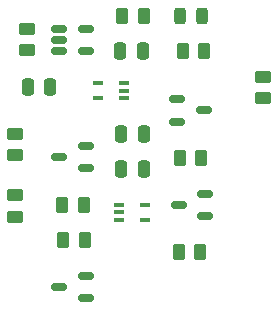
<source format=gbr>
%TF.GenerationSoftware,KiCad,Pcbnew,8.0.1*%
%TF.CreationDate,2024-11-19T12:42:29-08:00*%
%TF.ProjectId,DuplexUARTtoHalf,4475706c-6578-4554-9152-54746f48616c,rev?*%
%TF.SameCoordinates,Original*%
%TF.FileFunction,Paste,Top*%
%TF.FilePolarity,Positive*%
%FSLAX46Y46*%
G04 Gerber Fmt 4.6, Leading zero omitted, Abs format (unit mm)*
G04 Created by KiCad (PCBNEW 8.0.1) date 2024-11-19 12:42:29*
%MOMM*%
%LPD*%
G01*
G04 APERTURE LIST*
G04 Aperture macros list*
%AMRoundRect*
0 Rectangle with rounded corners*
0 $1 Rounding radius*
0 $2 $3 $4 $5 $6 $7 $8 $9 X,Y pos of 4 corners*
0 Add a 4 corners polygon primitive as box body*
4,1,4,$2,$3,$4,$5,$6,$7,$8,$9,$2,$3,0*
0 Add four circle primitives for the rounded corners*
1,1,$1+$1,$2,$3*
1,1,$1+$1,$4,$5*
1,1,$1+$1,$6,$7*
1,1,$1+$1,$8,$9*
0 Add four rect primitives between the rounded corners*
20,1,$1+$1,$2,$3,$4,$5,0*
20,1,$1+$1,$4,$5,$6,$7,0*
20,1,$1+$1,$6,$7,$8,$9,0*
20,1,$1+$1,$8,$9,$2,$3,0*%
G04 Aperture macros list end*
%ADD10RoundRect,0.150000X-0.512500X-0.150000X0.512500X-0.150000X0.512500X0.150000X-0.512500X0.150000X0*%
%ADD11RoundRect,0.087500X0.337500X0.087500X-0.337500X0.087500X-0.337500X-0.087500X0.337500X-0.087500X0*%
%ADD12RoundRect,0.087500X-0.337500X-0.087500X0.337500X-0.087500X0.337500X0.087500X-0.337500X0.087500X0*%
%ADD13RoundRect,0.250000X0.262500X0.450000X-0.262500X0.450000X-0.262500X-0.450000X0.262500X-0.450000X0*%
%ADD14RoundRect,0.250000X0.450000X-0.262500X0.450000X0.262500X-0.450000X0.262500X-0.450000X-0.262500X0*%
%ADD15RoundRect,0.250000X-0.450000X0.262500X-0.450000X-0.262500X0.450000X-0.262500X0.450000X0.262500X0*%
%ADD16RoundRect,0.250000X-0.262500X-0.450000X0.262500X-0.450000X0.262500X0.450000X-0.262500X0.450000X0*%
%ADD17RoundRect,0.150000X0.512500X0.150000X-0.512500X0.150000X-0.512500X-0.150000X0.512500X-0.150000X0*%
%ADD18RoundRect,0.243750X0.243750X0.456250X-0.243750X0.456250X-0.243750X-0.456250X0.243750X-0.456250X0*%
%ADD19RoundRect,0.250000X-0.250000X-0.475000X0.250000X-0.475000X0.250000X0.475000X-0.250000X0.475000X0*%
%ADD20RoundRect,0.250000X0.250000X0.475000X-0.250000X0.475000X-0.250000X-0.475000X0.250000X-0.475000X0*%
G04 APERTURE END LIST*
D10*
%TO.C,U3*%
X152725000Y-76100000D03*
X152725000Y-77050000D03*
X152725000Y-78000000D03*
X155000000Y-78000000D03*
X155000000Y-76100000D03*
%TD*%
D11*
%TO.C,U2*%
X156000000Y-82000000D03*
X156000000Y-80700000D03*
X158200000Y-80700000D03*
X158200000Y-81350000D03*
X158200000Y-82000000D03*
%TD*%
D12*
%TO.C,U1*%
X157800000Y-91000000D03*
X157800000Y-91650000D03*
X157800000Y-92300000D03*
X160000000Y-92300000D03*
X160000000Y-91000000D03*
%TD*%
D13*
%TO.C,R10*%
X159912500Y-75000000D03*
X158087500Y-75000000D03*
%TD*%
D14*
%TO.C,R9*%
X150000000Y-77912500D03*
X150000000Y-76087500D03*
%TD*%
D15*
%TO.C,R8*%
X170000000Y-80175000D03*
X170000000Y-82000000D03*
%TD*%
D14*
%TO.C,R7*%
X149000000Y-86825000D03*
X149000000Y-85000000D03*
%TD*%
D15*
%TO.C,R6*%
X149000000Y-90175000D03*
X149000000Y-92000000D03*
%TD*%
D13*
%TO.C,R5*%
X154825000Y-91000000D03*
X153000000Y-91000000D03*
%TD*%
D16*
%TO.C,R4*%
X163225000Y-78000000D03*
X165050000Y-78000000D03*
%TD*%
D13*
%TO.C,R3*%
X154912500Y-94000000D03*
X153087500Y-94000000D03*
%TD*%
%TO.C,R2*%
X164687500Y-95000000D03*
X162862500Y-95000000D03*
%TD*%
D16*
%TO.C,R1*%
X162950000Y-87000000D03*
X164775000Y-87000000D03*
%TD*%
D17*
%TO.C,Q1*%
X165137500Y-91950000D03*
X165137500Y-90050000D03*
X162862500Y-91000000D03*
%TD*%
D18*
%TO.C,D4*%
X164875000Y-75000000D03*
X163000000Y-75000000D03*
%TD*%
D17*
%TO.C,D3*%
X155000000Y-87900000D03*
X155000000Y-86000000D03*
X152725000Y-86950000D03*
%TD*%
%TO.C,D2*%
X155000000Y-98900000D03*
X155000000Y-97000000D03*
X152725000Y-97950000D03*
%TD*%
D10*
%TO.C,D1*%
X162725000Y-82050000D03*
X162725000Y-83950000D03*
X165000000Y-83000000D03*
%TD*%
D19*
%TO.C,C4*%
X157925000Y-78000000D03*
X159825000Y-78000000D03*
%TD*%
%TO.C,C3*%
X150100000Y-81000000D03*
X152000000Y-81000000D03*
%TD*%
%TO.C,C2*%
X158000000Y-85000000D03*
X159900000Y-85000000D03*
%TD*%
D20*
%TO.C,C1*%
X159900000Y-88000000D03*
X158000000Y-88000000D03*
%TD*%
M02*

</source>
